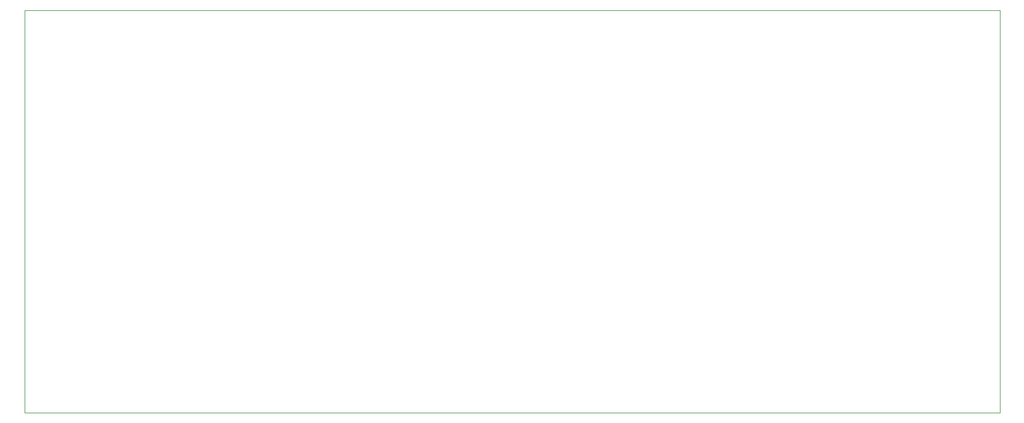
<source format=gbr>
%TF.GenerationSoftware,KiCad,Pcbnew,(6.0.4)*%
%TF.CreationDate,2022-06-21T16:57:10-03:00*%
%TF.ProjectId,steeringmodule,73746565-7269-46e6-976d-6f64756c652e,rev?*%
%TF.SameCoordinates,Original*%
%TF.FileFunction,Profile,NP*%
%FSLAX46Y46*%
G04 Gerber Fmt 4.6, Leading zero omitted, Abs format (unit mm)*
G04 Created by KiCad (PCBNEW (6.0.4)) date 2022-06-21 16:57:10*
%MOMM*%
%LPD*%
G01*
G04 APERTURE LIST*
%TA.AperFunction,Profile*%
%ADD10C,0.100000*%
%TD*%
G04 APERTURE END LIST*
D10*
X203200000Y-123113499D02*
X59232800Y-123113499D01*
X59232800Y-63639499D01*
X203200000Y-63639499D01*
X203200000Y-123113499D01*
M02*

</source>
